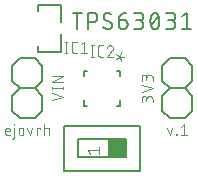
<source format=gto>
G75*
%MOIN*%
%OFA0B0*%
%FSLAX25Y25*%
%IPPOS*%
%LPD*%
%AMOC8*
5,1,8,0,0,1.08239X$1,22.5*
%
%ADD10C,0.00500*%
%ADD11C,0.00300*%
%ADD12C,0.00600*%
%ADD13C,0.00200*%
%ADD14R,0.06000X0.06000*%
D10*
X0016113Y0060379D02*
X0023987Y0060379D01*
X0023987Y0066284D01*
X0023987Y0070221D02*
X0023987Y0076127D01*
X0016113Y0076127D01*
X0016113Y0074159D01*
X0027800Y0073456D02*
X0030804Y0073456D01*
X0029302Y0073456D02*
X0029302Y0068050D01*
X0033019Y0068050D02*
X0033019Y0073456D01*
X0034521Y0073456D01*
X0034597Y0073454D01*
X0034673Y0073448D01*
X0034748Y0073439D01*
X0034823Y0073425D01*
X0034897Y0073408D01*
X0034971Y0073387D01*
X0035043Y0073363D01*
X0035113Y0073334D01*
X0035182Y0073303D01*
X0035250Y0073267D01*
X0035316Y0073229D01*
X0035379Y0073187D01*
X0035440Y0073142D01*
X0035499Y0073094D01*
X0035556Y0073043D01*
X0035610Y0072989D01*
X0035661Y0072932D01*
X0035709Y0072873D01*
X0035754Y0072812D01*
X0035796Y0072749D01*
X0035834Y0072683D01*
X0035870Y0072615D01*
X0035901Y0072546D01*
X0035930Y0072476D01*
X0035954Y0072404D01*
X0035975Y0072330D01*
X0035992Y0072256D01*
X0036006Y0072181D01*
X0036015Y0072106D01*
X0036021Y0072030D01*
X0036023Y0071954D01*
X0036021Y0071878D01*
X0036015Y0071802D01*
X0036006Y0071727D01*
X0035992Y0071652D01*
X0035975Y0071578D01*
X0035954Y0071504D01*
X0035930Y0071432D01*
X0035901Y0071362D01*
X0035870Y0071293D01*
X0035834Y0071225D01*
X0035796Y0071159D01*
X0035754Y0071096D01*
X0035709Y0071035D01*
X0035661Y0070976D01*
X0035610Y0070919D01*
X0035556Y0070865D01*
X0035499Y0070814D01*
X0035440Y0070766D01*
X0035379Y0070721D01*
X0035316Y0070679D01*
X0035250Y0070641D01*
X0035182Y0070605D01*
X0035113Y0070574D01*
X0035043Y0070545D01*
X0034971Y0070521D01*
X0034897Y0070500D01*
X0034823Y0070483D01*
X0034748Y0070469D01*
X0034673Y0070460D01*
X0034597Y0070454D01*
X0034521Y0070452D01*
X0034521Y0070453D02*
X0033019Y0070453D01*
X0038650Y0071203D02*
X0040301Y0070303D01*
X0039701Y0068050D02*
X0039601Y0068052D01*
X0039501Y0068058D01*
X0039401Y0068068D01*
X0039302Y0068082D01*
X0039203Y0068099D01*
X0039105Y0068121D01*
X0039009Y0068146D01*
X0038913Y0068176D01*
X0038818Y0068209D01*
X0038725Y0068245D01*
X0038633Y0068286D01*
X0038543Y0068330D01*
X0038455Y0068377D01*
X0038369Y0068428D01*
X0038284Y0068482D01*
X0038202Y0068540D01*
X0038123Y0068600D01*
X0038045Y0068664D01*
X0037971Y0068731D01*
X0037899Y0068801D01*
X0040301Y0070302D02*
X0040358Y0070267D01*
X0040412Y0070228D01*
X0040465Y0070187D01*
X0040515Y0070143D01*
X0040562Y0070096D01*
X0040607Y0070047D01*
X0040649Y0069995D01*
X0040688Y0069941D01*
X0040724Y0069885D01*
X0040757Y0069827D01*
X0040787Y0069768D01*
X0040814Y0069706D01*
X0040837Y0069644D01*
X0040857Y0069580D01*
X0040873Y0069516D01*
X0040886Y0069450D01*
X0040895Y0069384D01*
X0040900Y0069318D01*
X0040902Y0069251D01*
X0040900Y0069184D01*
X0040894Y0069117D01*
X0040885Y0069050D01*
X0040872Y0068984D01*
X0040855Y0068919D01*
X0040835Y0068854D01*
X0040811Y0068791D01*
X0040783Y0068730D01*
X0040752Y0068670D01*
X0040718Y0068612D01*
X0040680Y0068556D01*
X0040640Y0068502D01*
X0040597Y0068451D01*
X0040550Y0068402D01*
X0040501Y0068355D01*
X0040450Y0068312D01*
X0040396Y0068272D01*
X0040340Y0068234D01*
X0040282Y0068200D01*
X0040222Y0068169D01*
X0040161Y0068141D01*
X0040098Y0068117D01*
X0040033Y0068097D01*
X0039968Y0068080D01*
X0039902Y0068067D01*
X0039835Y0068058D01*
X0039768Y0068052D01*
X0039701Y0068050D01*
X0040601Y0073005D02*
X0040528Y0073057D01*
X0040452Y0073107D01*
X0040375Y0073154D01*
X0040295Y0073198D01*
X0040214Y0073238D01*
X0040132Y0073275D01*
X0040047Y0073309D01*
X0039962Y0073339D01*
X0039876Y0073366D01*
X0039788Y0073390D01*
X0039700Y0073410D01*
X0039611Y0073426D01*
X0039521Y0073439D01*
X0039431Y0073448D01*
X0039341Y0073453D01*
X0039250Y0073455D01*
X0039250Y0073456D02*
X0039183Y0073454D01*
X0039116Y0073448D01*
X0039049Y0073439D01*
X0038983Y0073426D01*
X0038918Y0073409D01*
X0038853Y0073389D01*
X0038790Y0073365D01*
X0038729Y0073337D01*
X0038669Y0073306D01*
X0038611Y0073272D01*
X0038555Y0073234D01*
X0038501Y0073194D01*
X0038450Y0073151D01*
X0038401Y0073104D01*
X0038354Y0073055D01*
X0038311Y0073004D01*
X0038271Y0072950D01*
X0038233Y0072894D01*
X0038199Y0072836D01*
X0038168Y0072776D01*
X0038140Y0072715D01*
X0038116Y0072652D01*
X0038096Y0072587D01*
X0038079Y0072522D01*
X0038066Y0072456D01*
X0038057Y0072389D01*
X0038051Y0072322D01*
X0038049Y0072255D01*
X0038051Y0072188D01*
X0038056Y0072122D01*
X0038065Y0072056D01*
X0038078Y0071990D01*
X0038094Y0071926D01*
X0038114Y0071862D01*
X0038137Y0071800D01*
X0038164Y0071738D01*
X0038194Y0071679D01*
X0038227Y0071621D01*
X0038263Y0071565D01*
X0038302Y0071511D01*
X0038344Y0071459D01*
X0038389Y0071410D01*
X0038436Y0071363D01*
X0038486Y0071319D01*
X0038539Y0071278D01*
X0038593Y0071239D01*
X0038650Y0071204D01*
X0043037Y0071053D02*
X0043037Y0069552D01*
X0043036Y0069552D02*
X0043038Y0069476D01*
X0043044Y0069400D01*
X0043053Y0069325D01*
X0043067Y0069250D01*
X0043084Y0069176D01*
X0043105Y0069102D01*
X0043129Y0069030D01*
X0043158Y0068960D01*
X0043189Y0068891D01*
X0043225Y0068823D01*
X0043263Y0068757D01*
X0043305Y0068694D01*
X0043350Y0068633D01*
X0043398Y0068574D01*
X0043449Y0068517D01*
X0043503Y0068463D01*
X0043560Y0068412D01*
X0043619Y0068364D01*
X0043680Y0068319D01*
X0043743Y0068277D01*
X0043809Y0068239D01*
X0043877Y0068203D01*
X0043946Y0068172D01*
X0044016Y0068143D01*
X0044088Y0068119D01*
X0044162Y0068098D01*
X0044236Y0068081D01*
X0044311Y0068067D01*
X0044386Y0068058D01*
X0044462Y0068052D01*
X0044538Y0068050D01*
X0044614Y0068052D01*
X0044690Y0068058D01*
X0044765Y0068067D01*
X0044840Y0068081D01*
X0044914Y0068098D01*
X0044988Y0068119D01*
X0045060Y0068143D01*
X0045130Y0068172D01*
X0045199Y0068203D01*
X0045267Y0068239D01*
X0045333Y0068277D01*
X0045396Y0068319D01*
X0045457Y0068364D01*
X0045516Y0068412D01*
X0045573Y0068463D01*
X0045627Y0068517D01*
X0045678Y0068574D01*
X0045726Y0068633D01*
X0045771Y0068694D01*
X0045813Y0068757D01*
X0045851Y0068823D01*
X0045887Y0068891D01*
X0045918Y0068960D01*
X0045947Y0069030D01*
X0045971Y0069102D01*
X0045992Y0069176D01*
X0046009Y0069250D01*
X0046023Y0069325D01*
X0046032Y0069400D01*
X0046038Y0069476D01*
X0046040Y0069552D01*
X0046040Y0069852D01*
X0046039Y0069852D02*
X0046037Y0069919D01*
X0046031Y0069986D01*
X0046022Y0070053D01*
X0046009Y0070119D01*
X0045992Y0070184D01*
X0045972Y0070249D01*
X0045948Y0070312D01*
X0045920Y0070373D01*
X0045889Y0070433D01*
X0045855Y0070491D01*
X0045817Y0070547D01*
X0045777Y0070601D01*
X0045734Y0070652D01*
X0045687Y0070701D01*
X0045638Y0070748D01*
X0045587Y0070791D01*
X0045533Y0070831D01*
X0045477Y0070869D01*
X0045419Y0070903D01*
X0045359Y0070934D01*
X0045298Y0070962D01*
X0045235Y0070986D01*
X0045170Y0071006D01*
X0045105Y0071023D01*
X0045039Y0071036D01*
X0044972Y0071045D01*
X0044905Y0071051D01*
X0044838Y0071053D01*
X0043037Y0071053D01*
X0043039Y0071150D01*
X0043045Y0071246D01*
X0043055Y0071343D01*
X0043068Y0071438D01*
X0043086Y0071533D01*
X0043107Y0071628D01*
X0043132Y0071721D01*
X0043161Y0071814D01*
X0043193Y0071905D01*
X0043229Y0071995D01*
X0043269Y0072083D01*
X0043312Y0072169D01*
X0043359Y0072254D01*
X0043409Y0072337D01*
X0043462Y0072417D01*
X0043519Y0072496D01*
X0043578Y0072572D01*
X0043641Y0072646D01*
X0043707Y0072717D01*
X0043775Y0072785D01*
X0043846Y0072851D01*
X0043920Y0072914D01*
X0043996Y0072973D01*
X0044075Y0073030D01*
X0044155Y0073083D01*
X0044238Y0073133D01*
X0044323Y0073180D01*
X0044409Y0073223D01*
X0044497Y0073263D01*
X0044587Y0073299D01*
X0044678Y0073331D01*
X0044771Y0073360D01*
X0044864Y0073385D01*
X0044959Y0073406D01*
X0045054Y0073424D01*
X0045149Y0073437D01*
X0045246Y0073447D01*
X0045342Y0073453D01*
X0045439Y0073455D01*
X0048352Y0073456D02*
X0050153Y0073456D01*
X0050222Y0073454D01*
X0050290Y0073448D01*
X0050358Y0073438D01*
X0050425Y0073425D01*
X0050491Y0073407D01*
X0050557Y0073386D01*
X0050621Y0073361D01*
X0050683Y0073333D01*
X0050744Y0073301D01*
X0050802Y0073265D01*
X0050859Y0073227D01*
X0050913Y0073185D01*
X0050965Y0073140D01*
X0051014Y0073092D01*
X0051061Y0073041D01*
X0051104Y0072988D01*
X0051144Y0072933D01*
X0051181Y0072875D01*
X0051215Y0072815D01*
X0051245Y0072754D01*
X0051272Y0072691D01*
X0051295Y0072626D01*
X0051315Y0072560D01*
X0051330Y0072494D01*
X0051342Y0072426D01*
X0051350Y0072358D01*
X0051354Y0072289D01*
X0051354Y0072221D01*
X0051350Y0072152D01*
X0051342Y0072084D01*
X0051330Y0072016D01*
X0051315Y0071950D01*
X0051295Y0071884D01*
X0051272Y0071819D01*
X0051245Y0071756D01*
X0051215Y0071695D01*
X0051181Y0071635D01*
X0051144Y0071577D01*
X0051104Y0071522D01*
X0051061Y0071469D01*
X0051014Y0071418D01*
X0050965Y0071370D01*
X0050913Y0071325D01*
X0050859Y0071283D01*
X0050802Y0071245D01*
X0050744Y0071209D01*
X0050683Y0071177D01*
X0050621Y0071149D01*
X0050557Y0071124D01*
X0050491Y0071103D01*
X0050425Y0071085D01*
X0050358Y0071072D01*
X0050290Y0071062D01*
X0050222Y0071056D01*
X0050153Y0071054D01*
X0050153Y0071053D02*
X0048952Y0071053D01*
X0049853Y0071054D02*
X0049929Y0071052D01*
X0050005Y0071046D01*
X0050080Y0071037D01*
X0050155Y0071023D01*
X0050229Y0071006D01*
X0050303Y0070985D01*
X0050375Y0070961D01*
X0050445Y0070932D01*
X0050514Y0070901D01*
X0050582Y0070865D01*
X0050648Y0070827D01*
X0050711Y0070785D01*
X0050772Y0070740D01*
X0050831Y0070692D01*
X0050888Y0070641D01*
X0050942Y0070587D01*
X0050993Y0070530D01*
X0051041Y0070471D01*
X0051086Y0070410D01*
X0051128Y0070347D01*
X0051166Y0070281D01*
X0051202Y0070213D01*
X0051233Y0070144D01*
X0051262Y0070074D01*
X0051286Y0070002D01*
X0051307Y0069928D01*
X0051324Y0069854D01*
X0051338Y0069779D01*
X0051347Y0069704D01*
X0051353Y0069628D01*
X0051355Y0069552D01*
X0051353Y0069476D01*
X0051347Y0069400D01*
X0051338Y0069325D01*
X0051324Y0069250D01*
X0051307Y0069176D01*
X0051286Y0069102D01*
X0051262Y0069030D01*
X0051233Y0068960D01*
X0051202Y0068891D01*
X0051166Y0068823D01*
X0051128Y0068757D01*
X0051086Y0068694D01*
X0051041Y0068633D01*
X0050993Y0068574D01*
X0050942Y0068517D01*
X0050888Y0068463D01*
X0050831Y0068412D01*
X0050772Y0068364D01*
X0050711Y0068319D01*
X0050648Y0068277D01*
X0050582Y0068239D01*
X0050514Y0068203D01*
X0050445Y0068172D01*
X0050375Y0068143D01*
X0050303Y0068119D01*
X0050229Y0068098D01*
X0050155Y0068081D01*
X0050080Y0068067D01*
X0050005Y0068058D01*
X0049929Y0068052D01*
X0049853Y0068050D01*
X0048352Y0068050D01*
X0056220Y0068801D02*
X0056273Y0068915D01*
X0056324Y0069031D01*
X0056371Y0069148D01*
X0056415Y0069267D01*
X0056455Y0069386D01*
X0056492Y0069507D01*
X0056526Y0069629D01*
X0056556Y0069751D01*
X0056583Y0069875D01*
X0056606Y0069999D01*
X0056625Y0070124D01*
X0056641Y0070249D01*
X0056654Y0070375D01*
X0056663Y0070501D01*
X0056668Y0070627D01*
X0056670Y0070753D01*
X0053666Y0070753D02*
X0053668Y0070879D01*
X0053673Y0071005D01*
X0053682Y0071131D01*
X0053695Y0071257D01*
X0053711Y0071382D01*
X0053730Y0071507D01*
X0053753Y0071631D01*
X0053780Y0071755D01*
X0053810Y0071877D01*
X0053844Y0071999D01*
X0053881Y0072120D01*
X0053921Y0072240D01*
X0053965Y0072358D01*
X0054012Y0072475D01*
X0054063Y0072591D01*
X0054117Y0072705D01*
X0055168Y0073456D02*
X0055234Y0073454D01*
X0055299Y0073448D01*
X0055364Y0073439D01*
X0055428Y0073425D01*
X0055491Y0073408D01*
X0055554Y0073387D01*
X0055614Y0073362D01*
X0055674Y0073334D01*
X0055731Y0073303D01*
X0055787Y0073268D01*
X0055840Y0073230D01*
X0055891Y0073188D01*
X0055940Y0073144D01*
X0055986Y0073097D01*
X0056029Y0073048D01*
X0056069Y0072996D01*
X0056105Y0072941D01*
X0056139Y0072885D01*
X0056169Y0072827D01*
X0056196Y0072767D01*
X0056219Y0072705D01*
X0056369Y0072255D02*
X0053967Y0069251D01*
X0055168Y0068050D02*
X0055234Y0068052D01*
X0055299Y0068058D01*
X0055364Y0068067D01*
X0055428Y0068081D01*
X0055491Y0068098D01*
X0055554Y0068119D01*
X0055614Y0068144D01*
X0055674Y0068172D01*
X0055731Y0068203D01*
X0055787Y0068238D01*
X0055840Y0068276D01*
X0055891Y0068318D01*
X0055940Y0068362D01*
X0055986Y0068409D01*
X0056029Y0068458D01*
X0056069Y0068510D01*
X0056105Y0068565D01*
X0056139Y0068621D01*
X0056169Y0068679D01*
X0056196Y0068739D01*
X0056219Y0068801D01*
X0055168Y0068050D02*
X0055102Y0068052D01*
X0055037Y0068058D01*
X0054972Y0068067D01*
X0054908Y0068081D01*
X0054845Y0068098D01*
X0054782Y0068119D01*
X0054722Y0068144D01*
X0054662Y0068172D01*
X0054605Y0068203D01*
X0054549Y0068238D01*
X0054496Y0068276D01*
X0054445Y0068318D01*
X0054396Y0068362D01*
X0054350Y0068409D01*
X0054307Y0068458D01*
X0054267Y0068510D01*
X0054231Y0068565D01*
X0054197Y0068621D01*
X0054167Y0068679D01*
X0054140Y0068739D01*
X0054117Y0068801D01*
X0056670Y0070753D02*
X0056668Y0070879D01*
X0056663Y0071005D01*
X0056654Y0071131D01*
X0056641Y0071257D01*
X0056625Y0071382D01*
X0056606Y0071507D01*
X0056583Y0071631D01*
X0056556Y0071755D01*
X0056526Y0071877D01*
X0056492Y0071999D01*
X0056455Y0072120D01*
X0056415Y0072240D01*
X0056371Y0072358D01*
X0056324Y0072475D01*
X0056273Y0072591D01*
X0056219Y0072705D01*
X0055168Y0073456D02*
X0055102Y0073454D01*
X0055037Y0073448D01*
X0054972Y0073439D01*
X0054908Y0073425D01*
X0054845Y0073408D01*
X0054782Y0073387D01*
X0054722Y0073362D01*
X0054662Y0073334D01*
X0054605Y0073303D01*
X0054549Y0073268D01*
X0054496Y0073230D01*
X0054445Y0073188D01*
X0054396Y0073144D01*
X0054350Y0073097D01*
X0054307Y0073048D01*
X0054267Y0072996D01*
X0054231Y0072941D01*
X0054197Y0072885D01*
X0054167Y0072827D01*
X0054140Y0072767D01*
X0054117Y0072705D01*
X0053666Y0070753D02*
X0053668Y0070627D01*
X0053673Y0070501D01*
X0053682Y0070375D01*
X0053695Y0070249D01*
X0053711Y0070124D01*
X0053730Y0069999D01*
X0053753Y0069875D01*
X0053780Y0069751D01*
X0053810Y0069629D01*
X0053844Y0069507D01*
X0053881Y0069386D01*
X0053921Y0069266D01*
X0053965Y0069148D01*
X0054012Y0069031D01*
X0054063Y0068915D01*
X0054116Y0068801D01*
X0058982Y0068050D02*
X0060483Y0068050D01*
X0060559Y0068052D01*
X0060635Y0068058D01*
X0060710Y0068067D01*
X0060785Y0068081D01*
X0060859Y0068098D01*
X0060933Y0068119D01*
X0061005Y0068143D01*
X0061075Y0068172D01*
X0061144Y0068203D01*
X0061212Y0068239D01*
X0061278Y0068277D01*
X0061341Y0068319D01*
X0061402Y0068364D01*
X0061461Y0068412D01*
X0061518Y0068463D01*
X0061572Y0068517D01*
X0061623Y0068574D01*
X0061671Y0068633D01*
X0061716Y0068694D01*
X0061758Y0068757D01*
X0061796Y0068823D01*
X0061832Y0068891D01*
X0061863Y0068960D01*
X0061892Y0069030D01*
X0061916Y0069102D01*
X0061937Y0069176D01*
X0061954Y0069250D01*
X0061968Y0069325D01*
X0061977Y0069400D01*
X0061983Y0069476D01*
X0061985Y0069552D01*
X0061983Y0069628D01*
X0061977Y0069704D01*
X0061968Y0069779D01*
X0061954Y0069854D01*
X0061937Y0069928D01*
X0061916Y0070002D01*
X0061892Y0070074D01*
X0061863Y0070144D01*
X0061832Y0070213D01*
X0061796Y0070281D01*
X0061758Y0070347D01*
X0061716Y0070410D01*
X0061671Y0070471D01*
X0061623Y0070530D01*
X0061572Y0070587D01*
X0061518Y0070641D01*
X0061461Y0070692D01*
X0061402Y0070740D01*
X0061341Y0070785D01*
X0061278Y0070827D01*
X0061212Y0070865D01*
X0061144Y0070901D01*
X0061075Y0070932D01*
X0061005Y0070961D01*
X0060933Y0070985D01*
X0060859Y0071006D01*
X0060785Y0071023D01*
X0060710Y0071037D01*
X0060635Y0071046D01*
X0060559Y0071052D01*
X0060483Y0071054D01*
X0060783Y0071053D02*
X0059582Y0071053D01*
X0060783Y0071054D02*
X0060852Y0071056D01*
X0060920Y0071062D01*
X0060988Y0071072D01*
X0061055Y0071085D01*
X0061121Y0071103D01*
X0061187Y0071124D01*
X0061251Y0071149D01*
X0061313Y0071177D01*
X0061374Y0071209D01*
X0061432Y0071245D01*
X0061489Y0071283D01*
X0061543Y0071325D01*
X0061595Y0071370D01*
X0061644Y0071418D01*
X0061691Y0071469D01*
X0061734Y0071522D01*
X0061774Y0071577D01*
X0061811Y0071635D01*
X0061845Y0071695D01*
X0061875Y0071756D01*
X0061902Y0071819D01*
X0061925Y0071884D01*
X0061945Y0071950D01*
X0061960Y0072016D01*
X0061972Y0072084D01*
X0061980Y0072152D01*
X0061984Y0072221D01*
X0061984Y0072289D01*
X0061980Y0072358D01*
X0061972Y0072426D01*
X0061960Y0072494D01*
X0061945Y0072560D01*
X0061925Y0072626D01*
X0061902Y0072691D01*
X0061875Y0072754D01*
X0061845Y0072815D01*
X0061811Y0072875D01*
X0061774Y0072933D01*
X0061734Y0072988D01*
X0061691Y0073041D01*
X0061644Y0073092D01*
X0061595Y0073140D01*
X0061543Y0073185D01*
X0061489Y0073227D01*
X0061432Y0073265D01*
X0061374Y0073301D01*
X0061313Y0073333D01*
X0061251Y0073361D01*
X0061187Y0073386D01*
X0061121Y0073407D01*
X0061055Y0073425D01*
X0060988Y0073438D01*
X0060920Y0073448D01*
X0060852Y0073454D01*
X0060783Y0073456D01*
X0058982Y0073456D01*
X0064297Y0072255D02*
X0065798Y0073456D01*
X0065798Y0068050D01*
X0064297Y0068050D02*
X0067300Y0068050D01*
X0016113Y0062347D02*
X0016113Y0060379D01*
D11*
X0020731Y0052258D02*
X0024369Y0052258D01*
X0020731Y0050237D01*
X0024369Y0050237D01*
X0024369Y0048699D02*
X0024369Y0047891D01*
X0024369Y0048295D02*
X0020731Y0048295D01*
X0020731Y0047891D02*
X0020731Y0048699D01*
X0020731Y0046673D02*
X0024369Y0045460D01*
X0020731Y0044248D01*
X0018238Y0036321D02*
X0018238Y0032684D01*
X0019854Y0032684D02*
X0019854Y0034503D01*
X0019852Y0034551D01*
X0019847Y0034598D01*
X0019837Y0034644D01*
X0019824Y0034690D01*
X0019808Y0034735D01*
X0019788Y0034778D01*
X0019765Y0034820D01*
X0019738Y0034859D01*
X0019709Y0034897D01*
X0019677Y0034932D01*
X0019642Y0034964D01*
X0019604Y0034993D01*
X0019565Y0035020D01*
X0019523Y0035043D01*
X0019480Y0035063D01*
X0019435Y0035079D01*
X0019389Y0035092D01*
X0019343Y0035102D01*
X0019296Y0035107D01*
X0019248Y0035109D01*
X0018238Y0035109D01*
X0016990Y0035109D02*
X0016990Y0034705D01*
X0016990Y0035109D02*
X0015778Y0035109D01*
X0015778Y0032684D01*
X0013495Y0032684D02*
X0014303Y0035109D01*
X0012687Y0035109D02*
X0013495Y0032684D01*
X0011350Y0033493D02*
X0011350Y0034301D01*
X0011348Y0034356D01*
X0011342Y0034411D01*
X0011333Y0034465D01*
X0011320Y0034519D01*
X0011303Y0034572D01*
X0011283Y0034623D01*
X0011259Y0034673D01*
X0011232Y0034721D01*
X0011202Y0034767D01*
X0011169Y0034811D01*
X0011133Y0034853D01*
X0011094Y0034892D01*
X0011052Y0034928D01*
X0011008Y0034961D01*
X0010962Y0034991D01*
X0010914Y0035018D01*
X0010864Y0035042D01*
X0010813Y0035062D01*
X0010760Y0035079D01*
X0010706Y0035092D01*
X0010652Y0035101D01*
X0010597Y0035107D01*
X0010542Y0035109D01*
X0010487Y0035107D01*
X0010432Y0035101D01*
X0010378Y0035092D01*
X0010324Y0035079D01*
X0010271Y0035062D01*
X0010220Y0035042D01*
X0010170Y0035018D01*
X0010122Y0034991D01*
X0010076Y0034961D01*
X0010032Y0034928D01*
X0009990Y0034892D01*
X0009951Y0034853D01*
X0009915Y0034811D01*
X0009882Y0034767D01*
X0009852Y0034721D01*
X0009825Y0034673D01*
X0009801Y0034623D01*
X0009781Y0034572D01*
X0009764Y0034519D01*
X0009751Y0034465D01*
X0009742Y0034411D01*
X0009736Y0034356D01*
X0009734Y0034301D01*
X0009734Y0033493D01*
X0009736Y0033438D01*
X0009742Y0033383D01*
X0009751Y0033329D01*
X0009764Y0033275D01*
X0009781Y0033222D01*
X0009801Y0033171D01*
X0009825Y0033121D01*
X0009852Y0033073D01*
X0009882Y0033027D01*
X0009915Y0032983D01*
X0009951Y0032941D01*
X0009990Y0032902D01*
X0010032Y0032866D01*
X0010076Y0032833D01*
X0010122Y0032803D01*
X0010170Y0032776D01*
X0010220Y0032752D01*
X0010271Y0032732D01*
X0010324Y0032715D01*
X0010378Y0032702D01*
X0010432Y0032693D01*
X0010487Y0032687D01*
X0010542Y0032685D01*
X0010597Y0032687D01*
X0010652Y0032693D01*
X0010706Y0032702D01*
X0010760Y0032715D01*
X0010813Y0032732D01*
X0010864Y0032752D01*
X0010914Y0032776D01*
X0010962Y0032803D01*
X0011008Y0032833D01*
X0011052Y0032866D01*
X0011094Y0032902D01*
X0011133Y0032941D01*
X0011169Y0032983D01*
X0011202Y0033027D01*
X0011232Y0033073D01*
X0011259Y0033121D01*
X0011283Y0033171D01*
X0011303Y0033222D01*
X0011320Y0033275D01*
X0011333Y0033329D01*
X0011342Y0033383D01*
X0011348Y0033438D01*
X0011350Y0033493D01*
X0008238Y0032078D02*
X0008238Y0035109D01*
X0008339Y0036119D02*
X0008137Y0036119D01*
X0008137Y0036321D01*
X0008339Y0036321D01*
X0008339Y0036119D01*
X0006862Y0034301D02*
X0006862Y0033897D01*
X0005246Y0033897D01*
X0005246Y0034301D02*
X0005246Y0033291D01*
X0005248Y0033243D01*
X0005253Y0033196D01*
X0005263Y0033150D01*
X0005276Y0033104D01*
X0005292Y0033059D01*
X0005312Y0033016D01*
X0005335Y0032974D01*
X0005362Y0032935D01*
X0005391Y0032897D01*
X0005423Y0032862D01*
X0005458Y0032830D01*
X0005496Y0032801D01*
X0005535Y0032774D01*
X0005577Y0032751D01*
X0005620Y0032731D01*
X0005665Y0032715D01*
X0005711Y0032702D01*
X0005757Y0032692D01*
X0005804Y0032687D01*
X0005852Y0032685D01*
X0005852Y0032684D02*
X0006862Y0032684D01*
X0007632Y0031472D02*
X0007680Y0031474D01*
X0007727Y0031479D01*
X0007773Y0031489D01*
X0007819Y0031502D01*
X0007864Y0031518D01*
X0007907Y0031538D01*
X0007949Y0031561D01*
X0007988Y0031588D01*
X0008026Y0031617D01*
X0008061Y0031649D01*
X0008093Y0031684D01*
X0008122Y0031722D01*
X0008149Y0031761D01*
X0008172Y0031803D01*
X0008192Y0031846D01*
X0008208Y0031891D01*
X0008221Y0031937D01*
X0008231Y0031983D01*
X0008236Y0032030D01*
X0008238Y0032078D01*
X0007632Y0031472D02*
X0007430Y0031472D01*
X0006862Y0034301D02*
X0006860Y0034356D01*
X0006854Y0034411D01*
X0006845Y0034465D01*
X0006832Y0034519D01*
X0006815Y0034572D01*
X0006795Y0034623D01*
X0006771Y0034673D01*
X0006744Y0034721D01*
X0006714Y0034767D01*
X0006681Y0034811D01*
X0006645Y0034853D01*
X0006606Y0034892D01*
X0006564Y0034928D01*
X0006520Y0034961D01*
X0006474Y0034991D01*
X0006426Y0035018D01*
X0006376Y0035042D01*
X0006325Y0035062D01*
X0006272Y0035079D01*
X0006218Y0035092D01*
X0006164Y0035101D01*
X0006109Y0035107D01*
X0006054Y0035109D01*
X0005999Y0035107D01*
X0005944Y0035101D01*
X0005890Y0035092D01*
X0005836Y0035079D01*
X0005783Y0035062D01*
X0005732Y0035042D01*
X0005682Y0035018D01*
X0005634Y0034991D01*
X0005588Y0034961D01*
X0005544Y0034928D01*
X0005502Y0034892D01*
X0005463Y0034853D01*
X0005427Y0034811D01*
X0005394Y0034767D01*
X0005364Y0034721D01*
X0005337Y0034673D01*
X0005313Y0034623D01*
X0005293Y0034572D01*
X0005276Y0034519D01*
X0005263Y0034465D01*
X0005254Y0034411D01*
X0005248Y0034356D01*
X0005246Y0034301D01*
X0025199Y0060184D02*
X0026007Y0060184D01*
X0025603Y0060184D02*
X0025603Y0063821D01*
X0025199Y0063821D02*
X0026007Y0063821D01*
X0027418Y0063013D02*
X0027418Y0060993D01*
X0027420Y0060938D01*
X0027426Y0060883D01*
X0027435Y0060829D01*
X0027448Y0060775D01*
X0027465Y0060722D01*
X0027485Y0060671D01*
X0027509Y0060621D01*
X0027536Y0060573D01*
X0027566Y0060527D01*
X0027599Y0060483D01*
X0027635Y0060441D01*
X0027674Y0060402D01*
X0027716Y0060366D01*
X0027760Y0060333D01*
X0027806Y0060303D01*
X0027854Y0060276D01*
X0027904Y0060252D01*
X0027955Y0060232D01*
X0028008Y0060215D01*
X0028062Y0060202D01*
X0028116Y0060193D01*
X0028171Y0060187D01*
X0028226Y0060185D01*
X0028226Y0060184D02*
X0029034Y0060184D01*
X0030380Y0060184D02*
X0032401Y0060184D01*
X0031391Y0060184D02*
X0031391Y0063821D01*
X0030380Y0063013D01*
X0029034Y0063821D02*
X0028226Y0063821D01*
X0028171Y0063819D01*
X0028116Y0063813D01*
X0028062Y0063804D01*
X0028008Y0063791D01*
X0027955Y0063774D01*
X0027904Y0063754D01*
X0027854Y0063730D01*
X0027806Y0063703D01*
X0027760Y0063673D01*
X0027716Y0063640D01*
X0027674Y0063604D01*
X0027635Y0063564D01*
X0027599Y0063523D01*
X0027566Y0063479D01*
X0027536Y0063433D01*
X0027509Y0063385D01*
X0027485Y0063335D01*
X0027465Y0063284D01*
X0027448Y0063231D01*
X0027435Y0063177D01*
X0027426Y0063123D01*
X0027420Y0063068D01*
X0027418Y0063013D01*
X0042253Y0059781D02*
X0043428Y0058867D01*
X0043950Y0060303D01*
X0043428Y0058867D01*
X0043950Y0057431D01*
X0043428Y0058867D01*
X0042253Y0057953D01*
X0043428Y0058867D01*
X0044994Y0058867D01*
X0043428Y0058867D01*
X0042253Y0059781D01*
X0050731Y0051998D02*
X0050731Y0050786D01*
X0050731Y0049465D02*
X0054369Y0048253D01*
X0050731Y0047041D01*
X0050731Y0044912D02*
X0050731Y0043699D01*
X0050732Y0044912D02*
X0050734Y0044967D01*
X0050740Y0045022D01*
X0050749Y0045076D01*
X0050762Y0045130D01*
X0050779Y0045183D01*
X0050799Y0045234D01*
X0050823Y0045284D01*
X0050850Y0045332D01*
X0050880Y0045378D01*
X0050913Y0045422D01*
X0050949Y0045464D01*
X0050988Y0045503D01*
X0051030Y0045539D01*
X0051074Y0045572D01*
X0051120Y0045602D01*
X0051168Y0045629D01*
X0051218Y0045653D01*
X0051269Y0045673D01*
X0051322Y0045690D01*
X0051376Y0045703D01*
X0051430Y0045712D01*
X0051485Y0045718D01*
X0051540Y0045720D01*
X0051595Y0045718D01*
X0051650Y0045712D01*
X0051704Y0045703D01*
X0051758Y0045690D01*
X0051811Y0045673D01*
X0051862Y0045653D01*
X0051912Y0045629D01*
X0051960Y0045602D01*
X0052006Y0045572D01*
X0052050Y0045539D01*
X0052092Y0045503D01*
X0052131Y0045464D01*
X0052167Y0045422D01*
X0052200Y0045378D01*
X0052230Y0045332D01*
X0052257Y0045284D01*
X0052281Y0045234D01*
X0052301Y0045183D01*
X0052318Y0045130D01*
X0052331Y0045076D01*
X0052340Y0045022D01*
X0052346Y0044967D01*
X0052348Y0044912D01*
X0052348Y0044104D01*
X0052348Y0044710D02*
X0052350Y0044772D01*
X0052356Y0044834D01*
X0052365Y0044896D01*
X0052379Y0044956D01*
X0052396Y0045016D01*
X0052416Y0045075D01*
X0052440Y0045132D01*
X0052468Y0045188D01*
X0052499Y0045242D01*
X0052534Y0045294D01*
X0052571Y0045343D01*
X0052612Y0045390D01*
X0052655Y0045435D01*
X0052701Y0045477D01*
X0052749Y0045516D01*
X0052800Y0045552D01*
X0052853Y0045585D01*
X0052908Y0045614D01*
X0052964Y0045640D01*
X0053022Y0045663D01*
X0053082Y0045681D01*
X0053142Y0045697D01*
X0053203Y0045708D01*
X0053265Y0045716D01*
X0053327Y0045720D01*
X0053389Y0045720D01*
X0053451Y0045716D01*
X0053513Y0045708D01*
X0053574Y0045697D01*
X0053634Y0045681D01*
X0053694Y0045663D01*
X0053752Y0045640D01*
X0053808Y0045614D01*
X0053863Y0045585D01*
X0053916Y0045552D01*
X0053967Y0045516D01*
X0054015Y0045477D01*
X0054061Y0045435D01*
X0054104Y0045390D01*
X0054145Y0045343D01*
X0054182Y0045294D01*
X0054217Y0045242D01*
X0054248Y0045188D01*
X0054276Y0045132D01*
X0054300Y0045075D01*
X0054320Y0045016D01*
X0054337Y0044956D01*
X0054351Y0044896D01*
X0054360Y0044834D01*
X0054366Y0044772D01*
X0054368Y0044710D01*
X0054369Y0044710D02*
X0054369Y0043699D01*
X0054369Y0050786D02*
X0054369Y0051796D01*
X0054368Y0051796D02*
X0054366Y0051858D01*
X0054360Y0051920D01*
X0054351Y0051982D01*
X0054337Y0052042D01*
X0054320Y0052102D01*
X0054300Y0052161D01*
X0054276Y0052218D01*
X0054248Y0052274D01*
X0054217Y0052328D01*
X0054182Y0052380D01*
X0054145Y0052429D01*
X0054104Y0052476D01*
X0054061Y0052521D01*
X0054015Y0052563D01*
X0053967Y0052602D01*
X0053916Y0052638D01*
X0053863Y0052671D01*
X0053808Y0052700D01*
X0053752Y0052726D01*
X0053694Y0052749D01*
X0053634Y0052767D01*
X0053574Y0052783D01*
X0053513Y0052794D01*
X0053451Y0052802D01*
X0053389Y0052806D01*
X0053327Y0052806D01*
X0053265Y0052802D01*
X0053203Y0052794D01*
X0053142Y0052783D01*
X0053082Y0052767D01*
X0053022Y0052749D01*
X0052964Y0052726D01*
X0052908Y0052700D01*
X0052853Y0052671D01*
X0052800Y0052638D01*
X0052749Y0052602D01*
X0052701Y0052563D01*
X0052655Y0052521D01*
X0052612Y0052476D01*
X0052571Y0052429D01*
X0052534Y0052380D01*
X0052499Y0052328D01*
X0052468Y0052274D01*
X0052440Y0052218D01*
X0052416Y0052161D01*
X0052396Y0052102D01*
X0052379Y0052042D01*
X0052365Y0051982D01*
X0052356Y0051920D01*
X0052350Y0051858D01*
X0052348Y0051796D01*
X0052348Y0051998D02*
X0052348Y0051190D01*
X0052348Y0051998D02*
X0052346Y0052053D01*
X0052340Y0052108D01*
X0052331Y0052162D01*
X0052318Y0052216D01*
X0052301Y0052269D01*
X0052281Y0052320D01*
X0052257Y0052370D01*
X0052230Y0052418D01*
X0052200Y0052464D01*
X0052167Y0052508D01*
X0052131Y0052550D01*
X0052092Y0052589D01*
X0052050Y0052625D01*
X0052006Y0052658D01*
X0051960Y0052688D01*
X0051912Y0052715D01*
X0051862Y0052739D01*
X0051811Y0052759D01*
X0051758Y0052776D01*
X0051704Y0052789D01*
X0051650Y0052798D01*
X0051595Y0052804D01*
X0051540Y0052806D01*
X0051485Y0052804D01*
X0051430Y0052798D01*
X0051376Y0052789D01*
X0051322Y0052776D01*
X0051269Y0052759D01*
X0051218Y0052739D01*
X0051168Y0052715D01*
X0051120Y0052688D01*
X0051074Y0052658D01*
X0051030Y0052625D01*
X0050988Y0052589D01*
X0050949Y0052550D01*
X0050913Y0052508D01*
X0050880Y0052464D01*
X0050850Y0052418D01*
X0050823Y0052370D01*
X0050799Y0052320D01*
X0050779Y0052269D01*
X0050762Y0052216D01*
X0050749Y0052162D01*
X0050740Y0052108D01*
X0050734Y0052053D01*
X0050732Y0051998D01*
X0063742Y0035513D02*
X0064752Y0036321D01*
X0064752Y0032684D01*
X0063742Y0032684D02*
X0065762Y0032684D01*
X0062373Y0032684D02*
X0062171Y0032684D01*
X0062171Y0032887D01*
X0062373Y0032887D01*
X0062373Y0032684D01*
X0060146Y0032684D02*
X0060954Y0035109D01*
X0059338Y0035109D02*
X0060146Y0032684D01*
X0036400Y0028603D02*
X0036400Y0026547D01*
X0036400Y0027575D02*
X0032700Y0027575D01*
X0033522Y0026547D01*
D12*
X0024950Y0020753D02*
X0050150Y0020753D01*
X0050150Y0035753D01*
X0024950Y0035753D01*
X0024950Y0020753D01*
X0029550Y0025253D02*
X0045550Y0025253D01*
X0045550Y0031253D01*
X0029550Y0031253D01*
X0029550Y0025253D01*
X0015050Y0038253D02*
X0017550Y0040753D01*
X0017550Y0045753D01*
X0015050Y0048253D01*
X0010050Y0048253D01*
X0007550Y0045753D01*
X0007550Y0040753D01*
X0010050Y0038253D01*
X0015050Y0038253D01*
X0015050Y0048253D02*
X0017550Y0050753D01*
X0017550Y0055753D01*
X0015050Y0058253D01*
X0010050Y0058253D01*
X0007550Y0055753D01*
X0007550Y0050753D01*
X0010050Y0048253D01*
X0031650Y0052253D02*
X0031650Y0054153D01*
X0031644Y0054159D02*
X0032629Y0054159D01*
X0031650Y0044253D02*
X0031650Y0042353D01*
X0031644Y0042347D02*
X0032629Y0042347D01*
X0042471Y0042347D02*
X0043456Y0042347D01*
X0043450Y0042353D02*
X0043450Y0044253D01*
X0043450Y0052253D02*
X0043450Y0054153D01*
X0043456Y0054159D02*
X0042471Y0054159D01*
X0057550Y0055753D02*
X0057550Y0050753D01*
X0060050Y0048253D01*
X0065050Y0048253D01*
X0067550Y0050753D01*
X0067550Y0055753D01*
X0065050Y0058253D01*
X0060050Y0058253D01*
X0057550Y0055753D01*
X0060050Y0048253D02*
X0057550Y0045753D01*
X0057550Y0040753D01*
X0060050Y0038253D01*
X0065050Y0038253D01*
X0067550Y0040753D01*
X0067550Y0045753D01*
X0065050Y0048253D01*
D13*
X0041170Y0058884D02*
X0039094Y0058884D01*
X0040859Y0060961D01*
X0040236Y0062621D02*
X0040167Y0062619D01*
X0040099Y0062613D01*
X0040031Y0062603D01*
X0039964Y0062590D01*
X0039898Y0062572D01*
X0039832Y0062551D01*
X0039769Y0062526D01*
X0039706Y0062498D01*
X0039646Y0062466D01*
X0039587Y0062430D01*
X0039530Y0062391D01*
X0039476Y0062350D01*
X0039424Y0062305D01*
X0039375Y0062257D01*
X0039329Y0062206D01*
X0039285Y0062153D01*
X0039245Y0062098D01*
X0039208Y0062040D01*
X0039174Y0061980D01*
X0039144Y0061919D01*
X0039117Y0061855D01*
X0039094Y0061791D01*
X0040859Y0060961D02*
X0040903Y0061005D01*
X0040944Y0061052D01*
X0040982Y0061102D01*
X0041016Y0061154D01*
X0041048Y0061208D01*
X0041076Y0061263D01*
X0041101Y0061321D01*
X0041122Y0061380D01*
X0041139Y0061440D01*
X0041153Y0061501D01*
X0041162Y0061562D01*
X0041168Y0061625D01*
X0041170Y0061687D01*
X0041168Y0061746D01*
X0041163Y0061804D01*
X0041153Y0061862D01*
X0041141Y0061919D01*
X0041124Y0061976D01*
X0041104Y0062031D01*
X0041081Y0062085D01*
X0041054Y0062137D01*
X0041025Y0062187D01*
X0040992Y0062236D01*
X0040956Y0062282D01*
X0040917Y0062326D01*
X0040875Y0062368D01*
X0040831Y0062407D01*
X0040785Y0062443D01*
X0040736Y0062476D01*
X0040686Y0062505D01*
X0040634Y0062532D01*
X0040580Y0062555D01*
X0040525Y0062575D01*
X0040468Y0062592D01*
X0040411Y0062604D01*
X0040353Y0062614D01*
X0040295Y0062619D01*
X0040236Y0062621D01*
X0037794Y0062621D02*
X0036963Y0062621D01*
X0036964Y0062621D02*
X0036907Y0062619D01*
X0036851Y0062613D01*
X0036795Y0062604D01*
X0036740Y0062590D01*
X0036686Y0062573D01*
X0036633Y0062552D01*
X0036582Y0062528D01*
X0036533Y0062500D01*
X0036485Y0062469D01*
X0036440Y0062435D01*
X0036397Y0062398D01*
X0036357Y0062358D01*
X0036320Y0062315D01*
X0036286Y0062270D01*
X0036255Y0062222D01*
X0036227Y0062173D01*
X0036203Y0062122D01*
X0036182Y0062069D01*
X0036165Y0062015D01*
X0036151Y0061960D01*
X0036142Y0061904D01*
X0036136Y0061848D01*
X0036134Y0061791D01*
X0036133Y0061791D02*
X0036133Y0059715D01*
X0036135Y0059658D01*
X0036141Y0059602D01*
X0036150Y0059546D01*
X0036164Y0059491D01*
X0036181Y0059437D01*
X0036202Y0059384D01*
X0036226Y0059333D01*
X0036254Y0059284D01*
X0036285Y0059236D01*
X0036319Y0059191D01*
X0036356Y0059148D01*
X0036396Y0059108D01*
X0036439Y0059071D01*
X0036484Y0059037D01*
X0036532Y0059006D01*
X0036581Y0058978D01*
X0036632Y0058954D01*
X0036685Y0058933D01*
X0036739Y0058916D01*
X0036794Y0058902D01*
X0036850Y0058893D01*
X0036906Y0058887D01*
X0036963Y0058885D01*
X0036963Y0058884D02*
X0037794Y0058884D01*
X0034760Y0058884D02*
X0033930Y0058884D01*
X0034345Y0058884D02*
X0034345Y0062621D01*
X0033930Y0062621D02*
X0034760Y0062621D01*
D14*
X0042550Y0028253D03*
M02*

</source>
